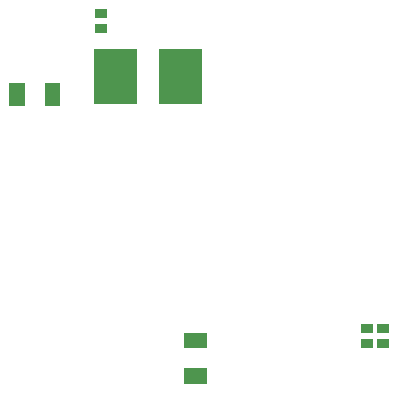
<source format=gbr>
G04 start of page 10 for group -4015 idx -4015 *
G04 Title: (unknown), toppaste *
G04 Creator: pcb 1.99z *
G04 CreationDate: Tue Dec  8 20:21:47 2015 UTC *
G04 For: commonadmin *
G04 Format: Gerber/RS-274X *
G04 PCB-Dimensions (mil): 1410.00 1650.00 *
G04 PCB-Coordinate-Origin: lower left *
%MOIN*%
%FSLAX25Y25*%
%LNTOPPASTE*%
%ADD85R,0.0295X0.0295*%
%ADD84R,0.1450X0.1450*%
%ADD83R,0.0512X0.0512*%
G54D83*X21810Y117181D02*Y114819D01*
X10000Y117181D02*Y114819D01*
G54D84*X42700Y124000D02*Y120000D01*
X64500Y124000D02*Y120000D01*
G54D83*X68319Y34000D02*X70681D01*
X68319Y22190D02*X70681D01*
G54D85*X131508Y38000D02*X132492D01*
X131508Y32882D02*X132492D01*
X37508Y137882D02*X38492D01*
X37508Y143000D02*X38492D01*
X126008Y38000D02*X126992D01*
X126008Y32882D02*X126992D01*
M02*

</source>
